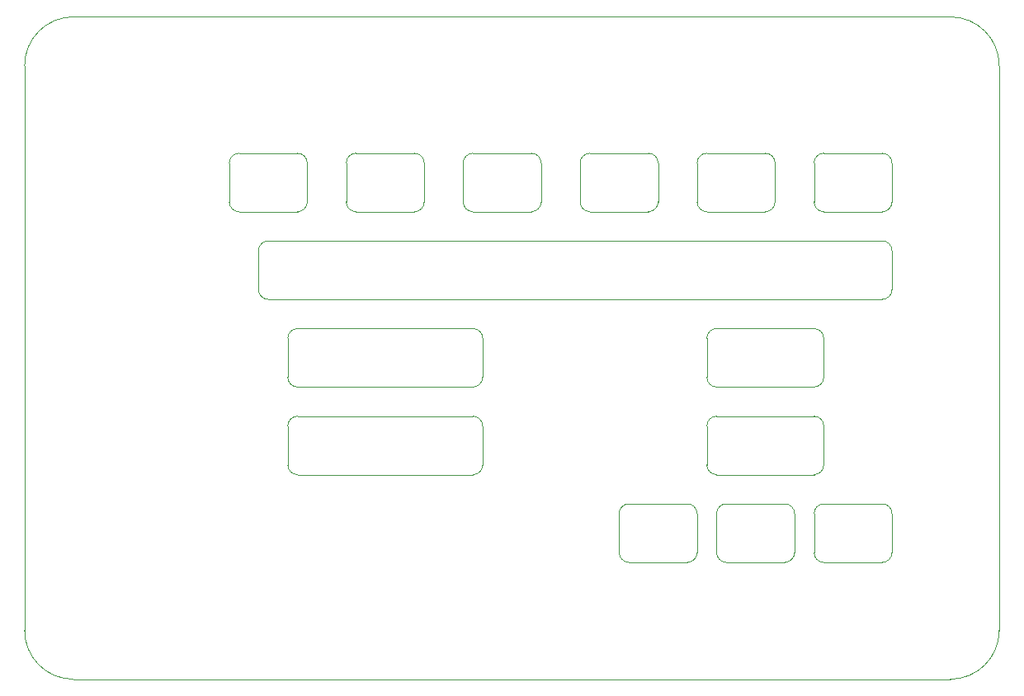
<source format=gbr>
%TF.GenerationSoftware,KiCad,Pcbnew,5.1.8*%
%TF.CreationDate,2020-12-22T13:18:50+01:00*%
%TF.ProjectId,labelframe,6c616265-6c66-4726-916d-652e6b696361,rev?*%
%TF.SameCoordinates,Original*%
%TF.FileFunction,Profile,NP*%
%FSLAX46Y46*%
G04 Gerber Fmt 4.6, Leading zero omitted, Abs format (unit mm)*
G04 Created by KiCad (PCBNEW 5.1.8) date 2020-12-22 13:18:50*
%MOMM*%
%LPD*%
G01*
G04 APERTURE LIST*
%TA.AperFunction,Profile*%
%ADD10C,0.050000*%
%TD*%
G04 APERTURE END LIST*
D10*
X200000000Y-113000000D02*
G75*
G02*
X195000000Y-118000000I-5000000J0D01*
G01*
X105000000Y-118000000D02*
G75*
G02*
X100000000Y-113000000I0J5000000D01*
G01*
X100000000Y-55000000D02*
G75*
G02*
X105000000Y-50000000I5000000J0D01*
G01*
X195000000Y-50000000D02*
G75*
G02*
X200000000Y-55000000I0J-5000000D01*
G01*
X189000000Y-105000000D02*
X189000000Y-101000000D01*
X182000000Y-106000000D02*
G75*
G02*
X181000000Y-105000000I0J1000000D01*
G01*
X189000000Y-105000000D02*
G75*
G02*
X188000000Y-106000000I-1000000J0D01*
G01*
X182000000Y-106000000D02*
X188000000Y-106000000D01*
X188000000Y-100000000D02*
G75*
G02*
X189000000Y-101000000I0J-1000000D01*
G01*
X188000000Y-100000000D02*
X182000000Y-100000000D01*
X181000000Y-101000000D02*
X181000000Y-105000000D01*
X181000000Y-101000000D02*
G75*
G02*
X182000000Y-100000000I1000000J0D01*
G01*
X179000000Y-105000000D02*
X179000000Y-101000000D01*
X172000000Y-106000000D02*
G75*
G02*
X171000000Y-105000000I0J1000000D01*
G01*
X179000000Y-105000000D02*
G75*
G02*
X178000000Y-106000000I-1000000J0D01*
G01*
X172000000Y-106000000D02*
X178000000Y-106000000D01*
X178000000Y-100000000D02*
G75*
G02*
X179000000Y-101000000I0J-1000000D01*
G01*
X178000000Y-100000000D02*
X172000000Y-100000000D01*
X171000000Y-101000000D02*
X171000000Y-105000000D01*
X171000000Y-101000000D02*
G75*
G02*
X172000000Y-100000000I1000000J0D01*
G01*
X161000000Y-101000000D02*
X161000000Y-105000000D01*
X162000000Y-106000000D02*
X168000000Y-106000000D01*
X169000000Y-105000000D02*
G75*
G02*
X168000000Y-106000000I-1000000J0D01*
G01*
X169000000Y-105000000D02*
X169000000Y-101000000D01*
X161000000Y-101000000D02*
G75*
G02*
X162000000Y-100000000I1000000J0D01*
G01*
X168000000Y-100000000D02*
X162000000Y-100000000D01*
X162000000Y-106000000D02*
G75*
G02*
X161000000Y-105000000I0J1000000D01*
G01*
X168000000Y-100000000D02*
G75*
G02*
X169000000Y-101000000I0J-1000000D01*
G01*
X146000000Y-91000000D02*
X128000000Y-91000000D01*
X147000000Y-96000000D02*
G75*
G02*
X146000000Y-97000000I-1000000J0D01*
G01*
X170000000Y-92000000D02*
G75*
G02*
X171000000Y-91000000I1000000J0D01*
G01*
X181000000Y-91000000D02*
X171000000Y-91000000D01*
X182000000Y-96000000D02*
G75*
G02*
X181000000Y-97000000I-1000000J0D01*
G01*
X127000000Y-92000000D02*
X127000000Y-96000000D01*
X127000000Y-92000000D02*
G75*
G02*
X128000000Y-91000000I1000000J0D01*
G01*
X182000000Y-96000000D02*
X182000000Y-92000000D01*
X170000000Y-92000000D02*
X170000000Y-96000000D01*
X171000000Y-97000000D02*
G75*
G02*
X170000000Y-96000000I0J1000000D01*
G01*
X147000000Y-96000000D02*
X147000000Y-92000000D01*
X181000000Y-97000000D02*
X171000000Y-97000000D01*
X128000000Y-97000000D02*
G75*
G02*
X127000000Y-96000000I0J1000000D01*
G01*
X146000000Y-97000000D02*
X128000000Y-97000000D01*
X181000000Y-91000000D02*
G75*
G02*
X182000000Y-92000000I0J-1000000D01*
G01*
X146000000Y-91000000D02*
G75*
G02*
X147000000Y-92000000I0J-1000000D01*
G01*
X127000000Y-83000000D02*
G75*
G02*
X128000000Y-82000000I1000000J0D01*
G01*
X146000000Y-82000000D02*
X128000000Y-82000000D01*
X147000000Y-87000000D02*
G75*
G02*
X146000000Y-88000000I-1000000J0D01*
G01*
X147000000Y-87000000D02*
X147000000Y-83000000D01*
X127000000Y-83000000D02*
X127000000Y-87000000D01*
X128000000Y-88000000D02*
G75*
G02*
X127000000Y-87000000I0J1000000D01*
G01*
X146000000Y-88000000D02*
X128000000Y-88000000D01*
X146000000Y-82000000D02*
G75*
G02*
X147000000Y-83000000I0J-1000000D01*
G01*
X181000000Y-82000000D02*
X171000000Y-82000000D01*
X181000000Y-88000000D02*
X171000000Y-88000000D01*
X170000000Y-83000000D02*
G75*
G02*
X171000000Y-82000000I1000000J0D01*
G01*
X170000000Y-83000000D02*
X170000000Y-87000000D01*
X171000000Y-88000000D02*
G75*
G02*
X170000000Y-87000000I0J1000000D01*
G01*
X182000000Y-87000000D02*
G75*
G02*
X181000000Y-88000000I-1000000J0D01*
G01*
X182000000Y-87000000D02*
X182000000Y-83000000D01*
X181000000Y-82000000D02*
G75*
G02*
X182000000Y-83000000I0J-1000000D01*
G01*
X125000000Y-79000000D02*
X188000000Y-79000000D01*
X188000000Y-73000000D02*
X125000000Y-73000000D01*
X189000000Y-78000000D02*
G75*
G02*
X188000000Y-79000000I-1000000J0D01*
G01*
X189000000Y-78000000D02*
X189000000Y-74000000D01*
X188000000Y-73000000D02*
G75*
G02*
X189000000Y-74000000I0J-1000000D01*
G01*
X124000000Y-74000000D02*
X124000000Y-78000000D01*
X124000000Y-74000000D02*
G75*
G02*
X125000000Y-73000000I1000000J0D01*
G01*
X125000000Y-79000000D02*
G75*
G02*
X124000000Y-78000000I0J1000000D01*
G01*
X189000000Y-69000000D02*
G75*
G02*
X188000000Y-70000000I-1000000J0D01*
G01*
X188000000Y-64000000D02*
G75*
G02*
X189000000Y-65000000I0J-1000000D01*
G01*
X181000000Y-65000000D02*
X181000000Y-69000000D01*
X182000000Y-70000000D02*
X188000000Y-70000000D01*
X182000000Y-70000000D02*
G75*
G02*
X181000000Y-69000000I0J1000000D01*
G01*
X189000000Y-69000000D02*
X189000000Y-65000000D01*
X188000000Y-64000000D02*
X182000000Y-64000000D01*
X181000000Y-65000000D02*
G75*
G02*
X182000000Y-64000000I1000000J0D01*
G01*
X177000000Y-69000000D02*
X177000000Y-65000000D01*
X176000000Y-64000000D02*
X170000000Y-64000000D01*
X169000000Y-65000000D02*
X169000000Y-69000000D01*
X177000000Y-69000000D02*
G75*
G02*
X176000000Y-70000000I-1000000J0D01*
G01*
X169000000Y-65000000D02*
G75*
G02*
X170000000Y-64000000I1000000J0D01*
G01*
X176000000Y-64000000D02*
G75*
G02*
X177000000Y-65000000I0J-1000000D01*
G01*
X170000000Y-70000000D02*
G75*
G02*
X169000000Y-69000000I0J1000000D01*
G01*
X170000000Y-70000000D02*
X176000000Y-70000000D01*
X165000000Y-69000000D02*
G75*
G02*
X164000000Y-70000000I-1000000J0D01*
G01*
X158000000Y-70000000D02*
X164000000Y-70000000D01*
X157000000Y-65000000D02*
X157000000Y-69000000D01*
X157000000Y-65000000D02*
G75*
G02*
X158000000Y-64000000I1000000J0D01*
G01*
X164000000Y-64000000D02*
G75*
G02*
X165000000Y-65000000I0J-1000000D01*
G01*
X165000000Y-69000000D02*
X165000000Y-65000000D01*
X164000000Y-64000000D02*
X158000000Y-64000000D01*
X158000000Y-70000000D02*
G75*
G02*
X157000000Y-69000000I0J1000000D01*
G01*
X153000000Y-69000000D02*
X153000000Y-65000000D01*
X146000000Y-70000000D02*
G75*
G02*
X145000000Y-69000000I0J1000000D01*
G01*
X153000000Y-69000000D02*
G75*
G02*
X152000000Y-70000000I-1000000J0D01*
G01*
X145000000Y-65000000D02*
X145000000Y-69000000D01*
X152000000Y-64000000D02*
G75*
G02*
X153000000Y-65000000I0J-1000000D01*
G01*
X146000000Y-70000000D02*
X152000000Y-70000000D01*
X145000000Y-65000000D02*
G75*
G02*
X146000000Y-64000000I1000000J0D01*
G01*
X152000000Y-64000000D02*
X146000000Y-64000000D01*
X133000000Y-65000000D02*
X133000000Y-69000000D01*
X134000000Y-70000000D02*
X140000000Y-70000000D01*
X141000000Y-69000000D02*
G75*
G02*
X140000000Y-70000000I-1000000J0D01*
G01*
X141000000Y-69000000D02*
X141000000Y-65000000D01*
X133000000Y-65000000D02*
G75*
G02*
X134000000Y-64000000I1000000J0D01*
G01*
X140000000Y-64000000D02*
X134000000Y-64000000D01*
X134000000Y-70000000D02*
G75*
G02*
X133000000Y-69000000I0J1000000D01*
G01*
X140000000Y-64000000D02*
G75*
G02*
X141000000Y-65000000I0J-1000000D01*
G01*
X128000000Y-64000000D02*
G75*
G02*
X129000000Y-65000000I0J-1000000D01*
G01*
X129000000Y-69000000D02*
G75*
G02*
X128000000Y-70000000I-1000000J0D01*
G01*
X122000000Y-70000000D02*
G75*
G02*
X121000000Y-69000000I0J1000000D01*
G01*
X121000000Y-65000000D02*
G75*
G02*
X122000000Y-64000000I1000000J0D01*
G01*
X122000000Y-70000000D02*
X128000000Y-70000000D01*
X121000000Y-65000000D02*
X121000000Y-69000000D01*
X128000000Y-64000000D02*
X122000000Y-64000000D01*
X129000000Y-69000000D02*
X129000000Y-65000000D01*
X100000000Y-113000000D02*
X100000000Y-55000000D01*
X195000000Y-118000000D02*
X105000000Y-118000000D01*
X200000000Y-55000000D02*
X200000000Y-113000000D01*
X105000000Y-50000000D02*
X195000000Y-50000000D01*
M02*

</source>
